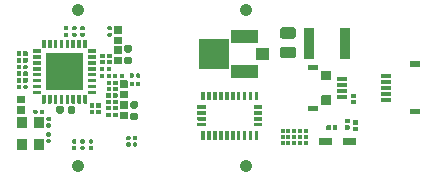
<source format=gbr>
G04 #@! TF.GenerationSoftware,KiCad,Pcbnew,(5.1.12)-1*
G04 #@! TF.CreationDate,2024-03-07T16:38:44+08:00*
G04 #@! TF.ProjectId,CM2_MesoScope,434d325f-4d65-4736-9f53-636f70652e6b,rev?*
G04 #@! TF.SameCoordinates,Original*
G04 #@! TF.FileFunction,Soldermask,Top*
G04 #@! TF.FilePolarity,Negative*
%FSLAX46Y46*%
G04 Gerber Fmt 4.6, Leading zero omitted, Abs format (unit mm)*
G04 Created by KiCad (PCBNEW (5.1.12)-1) date 2024-03-07 16:38:44*
%MOMM*%
%LPD*%
G01*
G04 APERTURE LIST*
%ADD10C,1.050800*%
%ADD11C,0.400800*%
G04 APERTURE END LIST*
D10*
X102971340Y-106477860D03*
X102973880Y-119656120D03*
X117195340Y-106477860D03*
X117197880Y-119656120D03*
G36*
G01*
X131905500Y-111290480D02*
X131105500Y-111290480D01*
G75*
G02*
X131080100Y-111265080I0J25400D01*
G01*
X131080100Y-110865080D01*
G75*
G02*
X131105500Y-110839680I25400J0D01*
G01*
X131905500Y-110839680D01*
G75*
G02*
X131930900Y-110865080I0J-25400D01*
G01*
X131930900Y-111265080D01*
G75*
G02*
X131905500Y-111290480I-25400J0D01*
G01*
G37*
G36*
G01*
X129405500Y-114276480D02*
X128605500Y-114276480D01*
G75*
G02*
X128580100Y-114251080I0J25400D01*
G01*
X128580100Y-113951080D01*
G75*
G02*
X128605500Y-113925680I25400J0D01*
G01*
X129405500Y-113925680D01*
G75*
G02*
X129430900Y-113951080I0J-25400D01*
G01*
X129430900Y-114251080D01*
G75*
G02*
X129405500Y-114276480I-25400J0D01*
G01*
G37*
G36*
G01*
X129405500Y-112776480D02*
X128605500Y-112776480D01*
G75*
G02*
X128580100Y-112751080I0J25400D01*
G01*
X128580100Y-112451080D01*
G75*
G02*
X128605500Y-112425680I25400J0D01*
G01*
X129405500Y-112425680D01*
G75*
G02*
X129430900Y-112451080I0J-25400D01*
G01*
X129430900Y-112751080D01*
G75*
G02*
X129405500Y-112776480I-25400J0D01*
G01*
G37*
G36*
G01*
X129405500Y-113276480D02*
X128605500Y-113276480D01*
G75*
G02*
X128580100Y-113251080I0J25400D01*
G01*
X128580100Y-112951080D01*
G75*
G02*
X128605500Y-112925680I25400J0D01*
G01*
X129405500Y-112925680D01*
G75*
G02*
X129430900Y-112951080I0J-25400D01*
G01*
X129430900Y-113251080D01*
G75*
G02*
X129405500Y-113276480I-25400J0D01*
G01*
G37*
G36*
G01*
X129405500Y-113776480D02*
X128605500Y-113776480D01*
G75*
G02*
X128580100Y-113751080I0J25400D01*
G01*
X128580100Y-113451080D01*
G75*
G02*
X128605500Y-113425680I25400J0D01*
G01*
X129405500Y-113425680D01*
G75*
G02*
X129430900Y-113451080I0J-25400D01*
G01*
X129430900Y-113751080D01*
G75*
G02*
X129405500Y-113776480I-25400J0D01*
G01*
G37*
G36*
G01*
X131905500Y-115326480D02*
X131105500Y-115326480D01*
G75*
G02*
X131080100Y-115301080I0J25400D01*
G01*
X131080100Y-114901080D01*
G75*
G02*
X131105500Y-114875680I25400J0D01*
G01*
X131905500Y-114875680D01*
G75*
G02*
X131930900Y-114901080I0J-25400D01*
G01*
X131930900Y-115301080D01*
G75*
G02*
X131905500Y-115326480I-25400J0D01*
G01*
G37*
G36*
G01*
X129405500Y-112268480D02*
X128605500Y-112268480D01*
G75*
G02*
X128580100Y-112243080I0J25400D01*
G01*
X128580100Y-111943080D01*
G75*
G02*
X128605500Y-111917680I25400J0D01*
G01*
X129405500Y-111917680D01*
G75*
G02*
X129430900Y-111943080I0J-25400D01*
G01*
X129430900Y-112243080D01*
G75*
G02*
X129405500Y-112268480I-25400J0D01*
G01*
G37*
G36*
G01*
X122409800Y-111114060D02*
X123209800Y-111114060D01*
G75*
G02*
X123235200Y-111139460I0J-25400D01*
G01*
X123235200Y-111539460D01*
G75*
G02*
X123209800Y-111564860I-25400J0D01*
G01*
X122409800Y-111564860D01*
G75*
G02*
X122384400Y-111539460I0J25400D01*
G01*
X122384400Y-111139460D01*
G75*
G02*
X122409800Y-111114060I25400J0D01*
G01*
G37*
G36*
G01*
X124909800Y-112664060D02*
X125709800Y-112664060D01*
G75*
G02*
X125735200Y-112689460I0J-25400D01*
G01*
X125735200Y-112989460D01*
G75*
G02*
X125709800Y-113014860I-25400J0D01*
G01*
X124909800Y-113014860D01*
G75*
G02*
X124884400Y-112989460I0J25400D01*
G01*
X124884400Y-112689460D01*
G75*
G02*
X124909800Y-112664060I25400J0D01*
G01*
G37*
G36*
G01*
X124909800Y-113164060D02*
X125709800Y-113164060D01*
G75*
G02*
X125735200Y-113189460I0J-25400D01*
G01*
X125735200Y-113489460D01*
G75*
G02*
X125709800Y-113514860I-25400J0D01*
G01*
X124909800Y-113514860D01*
G75*
G02*
X124884400Y-113489460I0J25400D01*
G01*
X124884400Y-113189460D01*
G75*
G02*
X124909800Y-113164060I25400J0D01*
G01*
G37*
G36*
G01*
X124909800Y-113664060D02*
X125709800Y-113664060D01*
G75*
G02*
X125735200Y-113689460I0J-25400D01*
G01*
X125735200Y-113989460D01*
G75*
G02*
X125709800Y-114014860I-25400J0D01*
G01*
X124909800Y-114014860D01*
G75*
G02*
X124884400Y-113989460I0J25400D01*
G01*
X124884400Y-113689460D01*
G75*
G02*
X124909800Y-113664060I25400J0D01*
G01*
G37*
G36*
G01*
X124909800Y-112164060D02*
X125709800Y-112164060D01*
G75*
G02*
X125735200Y-112189460I0J-25400D01*
G01*
X125735200Y-112489460D01*
G75*
G02*
X125709800Y-112514860I-25400J0D01*
G01*
X124909800Y-112514860D01*
G75*
G02*
X124884400Y-112489460I0J25400D01*
G01*
X124884400Y-112189460D01*
G75*
G02*
X124909800Y-112164060I25400J0D01*
G01*
G37*
G36*
G01*
X122409800Y-114614060D02*
X123209800Y-114614060D01*
G75*
G02*
X123235200Y-114639460I0J-25400D01*
G01*
X123235200Y-115039460D01*
G75*
G02*
X123209800Y-115064860I-25400J0D01*
G01*
X122409800Y-115064860D01*
G75*
G02*
X122384400Y-115039460I0J25400D01*
G01*
X122384400Y-114639460D01*
G75*
G02*
X122409800Y-114614060I25400J0D01*
G01*
G37*
G36*
G01*
X126285340Y-116376840D02*
X126625340Y-116376840D01*
G75*
G02*
X126650740Y-116402240I0J-25400D01*
G01*
X126650740Y-116712240D01*
G75*
G02*
X126625340Y-116737640I-25400J0D01*
G01*
X126285340Y-116737640D01*
G75*
G02*
X126259940Y-116712240I0J25400D01*
G01*
X126259940Y-116402240D01*
G75*
G02*
X126285340Y-116376840I25400J0D01*
G01*
G37*
G36*
G01*
X126285340Y-115826840D02*
X126625340Y-115826840D01*
G75*
G02*
X126650740Y-115852240I0J-25400D01*
G01*
X126650740Y-116162240D01*
G75*
G02*
X126625340Y-116187640I-25400J0D01*
G01*
X126285340Y-116187640D01*
G75*
G02*
X126259940Y-116162240I0J25400D01*
G01*
X126259940Y-115852240D01*
G75*
G02*
X126285340Y-115826840I25400J0D01*
G01*
G37*
G36*
G01*
X126120240Y-114113700D02*
X126460240Y-114113700D01*
G75*
G02*
X126485640Y-114139100I0J-25400D01*
G01*
X126485640Y-114449100D01*
G75*
G02*
X126460240Y-114474500I-25400J0D01*
G01*
X126120240Y-114474500D01*
G75*
G02*
X126094840Y-114449100I0J25400D01*
G01*
X126094840Y-114139100D01*
G75*
G02*
X126120240Y-114113700I25400J0D01*
G01*
G37*
G36*
G01*
X126120240Y-113563700D02*
X126460240Y-113563700D01*
G75*
G02*
X126485640Y-113589100I0J-25400D01*
G01*
X126485640Y-113899100D01*
G75*
G02*
X126460240Y-113924500I-25400J0D01*
G01*
X126120240Y-113924500D01*
G75*
G02*
X126094840Y-113899100I0J25400D01*
G01*
X126094840Y-113589100D01*
G75*
G02*
X126120240Y-113563700I25400J0D01*
G01*
G37*
G36*
G01*
X125926840Y-116063180D02*
X125586840Y-116063180D01*
G75*
G02*
X125561440Y-116037780I0J25400D01*
G01*
X125561440Y-115727780D01*
G75*
G02*
X125586840Y-115702380I25400J0D01*
G01*
X125926840Y-115702380D01*
G75*
G02*
X125952240Y-115727780I0J-25400D01*
G01*
X125952240Y-116037780D01*
G75*
G02*
X125926840Y-116063180I-25400J0D01*
G01*
G37*
G36*
G01*
X125926840Y-116613180D02*
X125586840Y-116613180D01*
G75*
G02*
X125561440Y-116587780I0J25400D01*
G01*
X125561440Y-116277780D01*
G75*
G02*
X125586840Y-116252380I25400J0D01*
G01*
X125926840Y-116252380D01*
G75*
G02*
X125952240Y-116277780I0J-25400D01*
G01*
X125952240Y-116587780D01*
G75*
G02*
X125926840Y-116613180I-25400J0D01*
G01*
G37*
G36*
G01*
X124541480Y-116607180D02*
X124541480Y-116267180D01*
G75*
G02*
X124566880Y-116241780I25400J0D01*
G01*
X124876880Y-116241780D01*
G75*
G02*
X124902280Y-116267180I0J-25400D01*
G01*
X124902280Y-116607180D01*
G75*
G02*
X124876880Y-116632580I-25400J0D01*
G01*
X124566880Y-116632580D01*
G75*
G02*
X124541480Y-116607180I0J25400D01*
G01*
G37*
G36*
G01*
X123991480Y-116607180D02*
X123991480Y-116267180D01*
G75*
G02*
X124016880Y-116241780I25400J0D01*
G01*
X124326880Y-116241780D01*
G75*
G02*
X124352280Y-116267180I0J-25400D01*
G01*
X124352280Y-116607180D01*
G75*
G02*
X124326880Y-116632580I-25400J0D01*
G01*
X124016880Y-116632580D01*
G75*
G02*
X123991480Y-116607180I0J25400D01*
G01*
G37*
G36*
G01*
X106529040Y-115101220D02*
X107159040Y-115101220D01*
G75*
G02*
X107184440Y-115126620I0J-25400D01*
G01*
X107184440Y-115706620D01*
G75*
G02*
X107159040Y-115732020I-25400J0D01*
G01*
X106529040Y-115732020D01*
G75*
G02*
X106503640Y-115706620I0J25400D01*
G01*
X106503640Y-115126620D01*
G75*
G02*
X106529040Y-115101220I25400J0D01*
G01*
G37*
G36*
G01*
X106529040Y-114211220D02*
X107159040Y-114211220D01*
G75*
G02*
X107184440Y-114236620I0J-25400D01*
G01*
X107184440Y-114816620D01*
G75*
G02*
X107159040Y-114842020I-25400J0D01*
G01*
X106529040Y-114842020D01*
G75*
G02*
X106503640Y-114816620I0J25400D01*
G01*
X106503640Y-114236620D01*
G75*
G02*
X106529040Y-114211220I25400J0D01*
G01*
G37*
G36*
G01*
X106503640Y-113332620D02*
X107133640Y-113332620D01*
G75*
G02*
X107159040Y-113358020I0J-25400D01*
G01*
X107159040Y-113938020D01*
G75*
G02*
X107133640Y-113963420I-25400J0D01*
G01*
X106503640Y-113963420D01*
G75*
G02*
X106478240Y-113938020I0J25400D01*
G01*
X106478240Y-113358020D01*
G75*
G02*
X106503640Y-113332620I25400J0D01*
G01*
G37*
G36*
G01*
X106503640Y-112442620D02*
X107133640Y-112442620D01*
G75*
G02*
X107159040Y-112468020I0J-25400D01*
G01*
X107159040Y-113048020D01*
G75*
G02*
X107133640Y-113073420I-25400J0D01*
G01*
X106503640Y-113073420D01*
G75*
G02*
X106478240Y-113048020I0J25400D01*
G01*
X106478240Y-112468020D01*
G75*
G02*
X106503640Y-112442620I25400J0D01*
G01*
G37*
G36*
G01*
X106651040Y-111067820D02*
X106021040Y-111067820D01*
G75*
G02*
X105995640Y-111042420I0J25400D01*
G01*
X105995640Y-110462420D01*
G75*
G02*
X106021040Y-110437020I25400J0D01*
G01*
X106651040Y-110437020D01*
G75*
G02*
X106676440Y-110462420I0J-25400D01*
G01*
X106676440Y-111042420D01*
G75*
G02*
X106651040Y-111067820I-25400J0D01*
G01*
G37*
G36*
G01*
X106651040Y-110177820D02*
X106021040Y-110177820D01*
G75*
G02*
X105995640Y-110152420I0J25400D01*
G01*
X105995640Y-109572420D01*
G75*
G02*
X106021040Y-109547020I25400J0D01*
G01*
X106651040Y-109547020D01*
G75*
G02*
X106676440Y-109572420I0J-25400D01*
G01*
X106676440Y-110152420D01*
G75*
G02*
X106651040Y-110177820I-25400J0D01*
G01*
G37*
G36*
G01*
X106036240Y-108735220D02*
X106666240Y-108735220D01*
G75*
G02*
X106691640Y-108760620I0J-25400D01*
G01*
X106691640Y-109340620D01*
G75*
G02*
X106666240Y-109366020I-25400J0D01*
G01*
X106036240Y-109366020D01*
G75*
G02*
X106010840Y-109340620I0J25400D01*
G01*
X106010840Y-108760620D01*
G75*
G02*
X106036240Y-108735220I25400J0D01*
G01*
G37*
G36*
G01*
X106036240Y-107845220D02*
X106666240Y-107845220D01*
G75*
G02*
X106691640Y-107870620I0J-25400D01*
G01*
X106691640Y-108450620D01*
G75*
G02*
X106666240Y-108476020I-25400J0D01*
G01*
X106036240Y-108476020D01*
G75*
G02*
X106010840Y-108450620I0J25400D01*
G01*
X106010840Y-107870620D01*
G75*
G02*
X106036240Y-107845220I25400J0D01*
G01*
G37*
G36*
G01*
X97781240Y-114628020D02*
X98411240Y-114628020D01*
G75*
G02*
X98436640Y-114653420I0J-25400D01*
G01*
X98436640Y-115233420D01*
G75*
G02*
X98411240Y-115258820I-25400J0D01*
G01*
X97781240Y-115258820D01*
G75*
G02*
X97755840Y-115233420I0J25400D01*
G01*
X97755840Y-114653420D01*
G75*
G02*
X97781240Y-114628020I25400J0D01*
G01*
G37*
G36*
G01*
X97781240Y-113738020D02*
X98411240Y-113738020D01*
G75*
G02*
X98436640Y-113763420I0J-25400D01*
G01*
X98436640Y-114343420D01*
G75*
G02*
X98411240Y-114368820I-25400J0D01*
G01*
X97781240Y-114368820D01*
G75*
G02*
X97755840Y-114343420I0J25400D01*
G01*
X97755840Y-113763420D01*
G75*
G02*
X97781240Y-113738020I25400J0D01*
G01*
G37*
G36*
G01*
X124341140Y-112443380D02*
X123591140Y-112443380D01*
G75*
G02*
X123565740Y-112417980I0J25400D01*
G01*
X123565740Y-111667980D01*
G75*
G02*
X123591140Y-111642580I25400J0D01*
G01*
X124341140Y-111642580D01*
G75*
G02*
X124366540Y-111667980I0J-25400D01*
G01*
X124366540Y-112417980D01*
G75*
G02*
X124341140Y-112443380I-25400J0D01*
G01*
G37*
G36*
G01*
X124343680Y-114510940D02*
X123593680Y-114510940D01*
G75*
G02*
X123568280Y-114485540I0J25400D01*
G01*
X123568280Y-113735540D01*
G75*
G02*
X123593680Y-113710140I25400J0D01*
G01*
X124343680Y-113710140D01*
G75*
G02*
X124369080Y-113735540I0J-25400D01*
G01*
X124369080Y-114485540D01*
G75*
G02*
X124343680Y-114510940I-25400J0D01*
G01*
G37*
D11*
X120268660Y-116744900D03*
X120768660Y-116744900D03*
X121268660Y-116744900D03*
X121768660Y-116744900D03*
X122268660Y-116744900D03*
X120268660Y-117244900D03*
X120768660Y-117244900D03*
X121268660Y-117244900D03*
X121768660Y-117244900D03*
X122268660Y-117244900D03*
X120268660Y-117744900D03*
X120768660Y-117744900D03*
X121268660Y-117744900D03*
X121768660Y-117744900D03*
X122268660Y-117744900D03*
G36*
G01*
X113201460Y-111472640D02*
X113201460Y-108972640D01*
G75*
G02*
X113226860Y-108947240I25400J0D01*
G01*
X115726860Y-108947240D01*
G75*
G02*
X115752260Y-108972640I0J-25400D01*
G01*
X115752260Y-111472640D01*
G75*
G02*
X115726860Y-111498040I-25400J0D01*
G01*
X113226860Y-111498040D01*
G75*
G02*
X113201460Y-111472640I0J25400D01*
G01*
G37*
G36*
G01*
X100184641Y-114404820D02*
X99924639Y-114404820D01*
G75*
G02*
X99899240Y-114379421I0J25399D01*
G01*
X99899240Y-113699419D01*
G75*
G02*
X99924639Y-113674020I25399J0D01*
G01*
X100184641Y-113674020D01*
G75*
G02*
X100210040Y-113699419I0J-25399D01*
G01*
X100210040Y-114379421D01*
G75*
G02*
X100184641Y-114404820I-25399J0D01*
G01*
G37*
G36*
G01*
X100684641Y-114404820D02*
X100424639Y-114404820D01*
G75*
G02*
X100399240Y-114379421I0J25399D01*
G01*
X100399240Y-113699419D01*
G75*
G02*
X100424639Y-113674020I25399J0D01*
G01*
X100684641Y-113674020D01*
G75*
G02*
X100710040Y-113699419I0J-25399D01*
G01*
X100710040Y-114379421D01*
G75*
G02*
X100684641Y-114404820I-25399J0D01*
G01*
G37*
G36*
G01*
X101184641Y-114404820D02*
X100924639Y-114404820D01*
G75*
G02*
X100899240Y-114379421I0J25399D01*
G01*
X100899240Y-113699419D01*
G75*
G02*
X100924639Y-113674020I25399J0D01*
G01*
X101184641Y-113674020D01*
G75*
G02*
X101210040Y-113699419I0J-25399D01*
G01*
X101210040Y-114379421D01*
G75*
G02*
X101184641Y-114404820I-25399J0D01*
G01*
G37*
G36*
G01*
X101684641Y-114404820D02*
X101424639Y-114404820D01*
G75*
G02*
X101399240Y-114379421I0J25399D01*
G01*
X101399240Y-113699419D01*
G75*
G02*
X101424639Y-113674020I25399J0D01*
G01*
X101684641Y-113674020D01*
G75*
G02*
X101710040Y-113699419I0J-25399D01*
G01*
X101710040Y-114379421D01*
G75*
G02*
X101684641Y-114404820I-25399J0D01*
G01*
G37*
G36*
G01*
X102184641Y-114404820D02*
X101924639Y-114404820D01*
G75*
G02*
X101899240Y-114379421I0J25399D01*
G01*
X101899240Y-113699419D01*
G75*
G02*
X101924639Y-113674020I25399J0D01*
G01*
X102184641Y-113674020D01*
G75*
G02*
X102210040Y-113699419I0J-25399D01*
G01*
X102210040Y-114379421D01*
G75*
G02*
X102184641Y-114404820I-25399J0D01*
G01*
G37*
G36*
G01*
X102684641Y-114404820D02*
X102424639Y-114404820D01*
G75*
G02*
X102399240Y-114379421I0J25399D01*
G01*
X102399240Y-113699419D01*
G75*
G02*
X102424639Y-113674020I25399J0D01*
G01*
X102684641Y-113674020D01*
G75*
G02*
X102710040Y-113699419I0J-25399D01*
G01*
X102710040Y-114379421D01*
G75*
G02*
X102684641Y-114404820I-25399J0D01*
G01*
G37*
G36*
G01*
X103184641Y-114404820D02*
X102924639Y-114404820D01*
G75*
G02*
X102899240Y-114379421I0J25399D01*
G01*
X102899240Y-113699419D01*
G75*
G02*
X102924639Y-113674020I25399J0D01*
G01*
X103184641Y-113674020D01*
G75*
G02*
X103210040Y-113699419I0J-25399D01*
G01*
X103210040Y-114379421D01*
G75*
G02*
X103184641Y-114404820I-25399J0D01*
G01*
G37*
G36*
G01*
X103684641Y-114404820D02*
X103424639Y-114404820D01*
G75*
G02*
X103399240Y-114379421I0J25399D01*
G01*
X103399240Y-113699419D01*
G75*
G02*
X103424639Y-113674020I25399J0D01*
G01*
X103684641Y-113674020D01*
G75*
G02*
X103710040Y-113699419I0J-25399D01*
G01*
X103710040Y-114379421D01*
G75*
G02*
X103684641Y-114404820I-25399J0D01*
G01*
G37*
G36*
G01*
X103774240Y-113584421D02*
X103774240Y-113324419D01*
G75*
G02*
X103799639Y-113299020I25399J0D01*
G01*
X104479641Y-113299020D01*
G75*
G02*
X104505040Y-113324419I0J-25399D01*
G01*
X104505040Y-113584421D01*
G75*
G02*
X104479641Y-113609820I-25399J0D01*
G01*
X103799639Y-113609820D01*
G75*
G02*
X103774240Y-113584421I0J25399D01*
G01*
G37*
G36*
G01*
X103774240Y-113084421D02*
X103774240Y-112824419D01*
G75*
G02*
X103799639Y-112799020I25399J0D01*
G01*
X104479641Y-112799020D01*
G75*
G02*
X104505040Y-112824419I0J-25399D01*
G01*
X104505040Y-113084421D01*
G75*
G02*
X104479641Y-113109820I-25399J0D01*
G01*
X103799639Y-113109820D01*
G75*
G02*
X103774240Y-113084421I0J25399D01*
G01*
G37*
G36*
G01*
X103774240Y-112584421D02*
X103774240Y-112324419D01*
G75*
G02*
X103799639Y-112299020I25399J0D01*
G01*
X104479641Y-112299020D01*
G75*
G02*
X104505040Y-112324419I0J-25399D01*
G01*
X104505040Y-112584421D01*
G75*
G02*
X104479641Y-112609820I-25399J0D01*
G01*
X103799639Y-112609820D01*
G75*
G02*
X103774240Y-112584421I0J25399D01*
G01*
G37*
G36*
G01*
X103774240Y-112084421D02*
X103774240Y-111824419D01*
G75*
G02*
X103799639Y-111799020I25399J0D01*
G01*
X104479641Y-111799020D01*
G75*
G02*
X104505040Y-111824419I0J-25399D01*
G01*
X104505040Y-112084421D01*
G75*
G02*
X104479641Y-112109820I-25399J0D01*
G01*
X103799639Y-112109820D01*
G75*
G02*
X103774240Y-112084421I0J25399D01*
G01*
G37*
G36*
G01*
X103774240Y-111584421D02*
X103774240Y-111324419D01*
G75*
G02*
X103799639Y-111299020I25399J0D01*
G01*
X104479641Y-111299020D01*
G75*
G02*
X104505040Y-111324419I0J-25399D01*
G01*
X104505040Y-111584421D01*
G75*
G02*
X104479641Y-111609820I-25399J0D01*
G01*
X103799639Y-111609820D01*
G75*
G02*
X103774240Y-111584421I0J25399D01*
G01*
G37*
G36*
G01*
X103774240Y-111084421D02*
X103774240Y-110824419D01*
G75*
G02*
X103799639Y-110799020I25399J0D01*
G01*
X104479641Y-110799020D01*
G75*
G02*
X104505040Y-110824419I0J-25399D01*
G01*
X104505040Y-111084421D01*
G75*
G02*
X104479641Y-111109820I-25399J0D01*
G01*
X103799639Y-111109820D01*
G75*
G02*
X103774240Y-111084421I0J25399D01*
G01*
G37*
G36*
G01*
X103774240Y-110584421D02*
X103774240Y-110324419D01*
G75*
G02*
X103799639Y-110299020I25399J0D01*
G01*
X104479641Y-110299020D01*
G75*
G02*
X104505040Y-110324419I0J-25399D01*
G01*
X104505040Y-110584421D01*
G75*
G02*
X104479641Y-110609820I-25399J0D01*
G01*
X103799639Y-110609820D01*
G75*
G02*
X103774240Y-110584421I0J25399D01*
G01*
G37*
G36*
G01*
X103774240Y-110084421D02*
X103774240Y-109824419D01*
G75*
G02*
X103799639Y-109799020I25399J0D01*
G01*
X104479641Y-109799020D01*
G75*
G02*
X104505040Y-109824419I0J-25399D01*
G01*
X104505040Y-110084421D01*
G75*
G02*
X104479641Y-110109820I-25399J0D01*
G01*
X103799639Y-110109820D01*
G75*
G02*
X103774240Y-110084421I0J25399D01*
G01*
G37*
G36*
G01*
X103684641Y-109734820D02*
X103424639Y-109734820D01*
G75*
G02*
X103399240Y-109709421I0J25399D01*
G01*
X103399240Y-109029419D01*
G75*
G02*
X103424639Y-109004020I25399J0D01*
G01*
X103684641Y-109004020D01*
G75*
G02*
X103710040Y-109029419I0J-25399D01*
G01*
X103710040Y-109709421D01*
G75*
G02*
X103684641Y-109734820I-25399J0D01*
G01*
G37*
G36*
G01*
X103184641Y-109734820D02*
X102924639Y-109734820D01*
G75*
G02*
X102899240Y-109709421I0J25399D01*
G01*
X102899240Y-109029419D01*
G75*
G02*
X102924639Y-109004020I25399J0D01*
G01*
X103184641Y-109004020D01*
G75*
G02*
X103210040Y-109029419I0J-25399D01*
G01*
X103210040Y-109709421D01*
G75*
G02*
X103184641Y-109734820I-25399J0D01*
G01*
G37*
G36*
G01*
X102684641Y-109734820D02*
X102424639Y-109734820D01*
G75*
G02*
X102399240Y-109709421I0J25399D01*
G01*
X102399240Y-109029419D01*
G75*
G02*
X102424639Y-109004020I25399J0D01*
G01*
X102684641Y-109004020D01*
G75*
G02*
X102710040Y-109029419I0J-25399D01*
G01*
X102710040Y-109709421D01*
G75*
G02*
X102684641Y-109734820I-25399J0D01*
G01*
G37*
G36*
G01*
X102184641Y-109734820D02*
X101924639Y-109734820D01*
G75*
G02*
X101899240Y-109709421I0J25399D01*
G01*
X101899240Y-109029419D01*
G75*
G02*
X101924639Y-109004020I25399J0D01*
G01*
X102184641Y-109004020D01*
G75*
G02*
X102210040Y-109029419I0J-25399D01*
G01*
X102210040Y-109709421D01*
G75*
G02*
X102184641Y-109734820I-25399J0D01*
G01*
G37*
G36*
G01*
X101684641Y-109734820D02*
X101424639Y-109734820D01*
G75*
G02*
X101399240Y-109709421I0J25399D01*
G01*
X101399240Y-109029419D01*
G75*
G02*
X101424639Y-109004020I25399J0D01*
G01*
X101684641Y-109004020D01*
G75*
G02*
X101710040Y-109029419I0J-25399D01*
G01*
X101710040Y-109709421D01*
G75*
G02*
X101684641Y-109734820I-25399J0D01*
G01*
G37*
G36*
G01*
X101184641Y-109734820D02*
X100924639Y-109734820D01*
G75*
G02*
X100899240Y-109709421I0J25399D01*
G01*
X100899240Y-109029419D01*
G75*
G02*
X100924639Y-109004020I25399J0D01*
G01*
X101184641Y-109004020D01*
G75*
G02*
X101210040Y-109029419I0J-25399D01*
G01*
X101210040Y-109709421D01*
G75*
G02*
X101184641Y-109734820I-25399J0D01*
G01*
G37*
G36*
G01*
X100684641Y-109734820D02*
X100424639Y-109734820D01*
G75*
G02*
X100399240Y-109709421I0J25399D01*
G01*
X100399240Y-109029419D01*
G75*
G02*
X100424639Y-109004020I25399J0D01*
G01*
X100684641Y-109004020D01*
G75*
G02*
X100710040Y-109029419I0J-25399D01*
G01*
X100710040Y-109709421D01*
G75*
G02*
X100684641Y-109734820I-25399J0D01*
G01*
G37*
G36*
G01*
X100184641Y-109734820D02*
X99924639Y-109734820D01*
G75*
G02*
X99899240Y-109709421I0J25399D01*
G01*
X99899240Y-109029419D01*
G75*
G02*
X99924639Y-109004020I25399J0D01*
G01*
X100184641Y-109004020D01*
G75*
G02*
X100210040Y-109029419I0J-25399D01*
G01*
X100210040Y-109709421D01*
G75*
G02*
X100184641Y-109734820I-25399J0D01*
G01*
G37*
G36*
G01*
X99104240Y-110084421D02*
X99104240Y-109824419D01*
G75*
G02*
X99129639Y-109799020I25399J0D01*
G01*
X99809641Y-109799020D01*
G75*
G02*
X99835040Y-109824419I0J-25399D01*
G01*
X99835040Y-110084421D01*
G75*
G02*
X99809641Y-110109820I-25399J0D01*
G01*
X99129639Y-110109820D01*
G75*
G02*
X99104240Y-110084421I0J25399D01*
G01*
G37*
G36*
G01*
X99104240Y-110584421D02*
X99104240Y-110324419D01*
G75*
G02*
X99129639Y-110299020I25399J0D01*
G01*
X99809641Y-110299020D01*
G75*
G02*
X99835040Y-110324419I0J-25399D01*
G01*
X99835040Y-110584421D01*
G75*
G02*
X99809641Y-110609820I-25399J0D01*
G01*
X99129639Y-110609820D01*
G75*
G02*
X99104240Y-110584421I0J25399D01*
G01*
G37*
G36*
G01*
X99104240Y-111084421D02*
X99104240Y-110824419D01*
G75*
G02*
X99129639Y-110799020I25399J0D01*
G01*
X99809641Y-110799020D01*
G75*
G02*
X99835040Y-110824419I0J-25399D01*
G01*
X99835040Y-111084421D01*
G75*
G02*
X99809641Y-111109820I-25399J0D01*
G01*
X99129639Y-111109820D01*
G75*
G02*
X99104240Y-111084421I0J25399D01*
G01*
G37*
G36*
G01*
X99104240Y-111584421D02*
X99104240Y-111324419D01*
G75*
G02*
X99129639Y-111299020I25399J0D01*
G01*
X99809641Y-111299020D01*
G75*
G02*
X99835040Y-111324419I0J-25399D01*
G01*
X99835040Y-111584421D01*
G75*
G02*
X99809641Y-111609820I-25399J0D01*
G01*
X99129639Y-111609820D01*
G75*
G02*
X99104240Y-111584421I0J25399D01*
G01*
G37*
G36*
G01*
X99104240Y-112084421D02*
X99104240Y-111824419D01*
G75*
G02*
X99129639Y-111799020I25399J0D01*
G01*
X99809641Y-111799020D01*
G75*
G02*
X99835040Y-111824419I0J-25399D01*
G01*
X99835040Y-112084421D01*
G75*
G02*
X99809641Y-112109820I-25399J0D01*
G01*
X99129639Y-112109820D01*
G75*
G02*
X99104240Y-112084421I0J25399D01*
G01*
G37*
G36*
G01*
X99104240Y-112584421D02*
X99104240Y-112324419D01*
G75*
G02*
X99129639Y-112299020I25399J0D01*
G01*
X99809641Y-112299020D01*
G75*
G02*
X99835040Y-112324419I0J-25399D01*
G01*
X99835040Y-112584421D01*
G75*
G02*
X99809641Y-112609820I-25399J0D01*
G01*
X99129639Y-112609820D01*
G75*
G02*
X99104240Y-112584421I0J25399D01*
G01*
G37*
G36*
G01*
X99104240Y-113084421D02*
X99104240Y-112824419D01*
G75*
G02*
X99129639Y-112799020I25399J0D01*
G01*
X99809641Y-112799020D01*
G75*
G02*
X99835040Y-112824419I0J-25399D01*
G01*
X99835040Y-113084421D01*
G75*
G02*
X99809641Y-113109820I-25399J0D01*
G01*
X99129639Y-113109820D01*
G75*
G02*
X99104240Y-113084421I0J25399D01*
G01*
G37*
G36*
G01*
X99104240Y-113584421D02*
X99104240Y-113324419D01*
G75*
G02*
X99129639Y-113299020I25399J0D01*
G01*
X99809641Y-113299020D01*
G75*
G02*
X99835040Y-113324419I0J-25399D01*
G01*
X99835040Y-113584421D01*
G75*
G02*
X99809641Y-113609820I-25399J0D01*
G01*
X99129639Y-113609820D01*
G75*
G02*
X99104240Y-113584421I0J25399D01*
G01*
G37*
G36*
G01*
X100229240Y-113254420D02*
X100229240Y-110154420D01*
G75*
G02*
X100254640Y-110129020I25400J0D01*
G01*
X103354640Y-110129020D01*
G75*
G02*
X103380040Y-110154420I0J-25400D01*
G01*
X103380040Y-113254420D01*
G75*
G02*
X103354640Y-113279820I-25400J0D01*
G01*
X100254640Y-113279820D01*
G75*
G02*
X100229240Y-113254420I0J25400D01*
G01*
G37*
G36*
G01*
X118142900Y-109278080D02*
X115942900Y-109278080D01*
G75*
G02*
X115917500Y-109252680I0J25400D01*
G01*
X115917500Y-108202680D01*
G75*
G02*
X115942900Y-108177280I25400J0D01*
G01*
X118142900Y-108177280D01*
G75*
G02*
X118168300Y-108202680I0J-25400D01*
G01*
X118168300Y-109252680D01*
G75*
G02*
X118142900Y-109278080I-25400J0D01*
G01*
G37*
G36*
G01*
X118142900Y-112228080D02*
X115942900Y-112228080D01*
G75*
G02*
X115917500Y-112202680I0J25400D01*
G01*
X115917500Y-111152680D01*
G75*
G02*
X115942900Y-111127280I25400J0D01*
G01*
X118142900Y-111127280D01*
G75*
G02*
X118168300Y-111152680I0J-25400D01*
G01*
X118168300Y-112202680D01*
G75*
G02*
X118142900Y-112228080I-25400J0D01*
G01*
G37*
G36*
G01*
X119067900Y-110728080D02*
X118017900Y-110728080D01*
G75*
G02*
X117992500Y-110702680I0J25400D01*
G01*
X117992500Y-109702680D01*
G75*
G02*
X118017900Y-109677280I25400J0D01*
G01*
X119067900Y-109677280D01*
G75*
G02*
X119093300Y-109702680I0J-25400D01*
G01*
X119093300Y-110702680D01*
G75*
G02*
X119067900Y-110728080I-25400J0D01*
G01*
G37*
G36*
G01*
X123328160Y-117893360D02*
X123328160Y-117353360D01*
G75*
G02*
X123353560Y-117327960I25400J0D01*
G01*
X124413560Y-117327960D01*
G75*
G02*
X124438960Y-117353360I0J-25400D01*
G01*
X124438960Y-117893360D01*
G75*
G02*
X124413560Y-117918760I-25400J0D01*
G01*
X123353560Y-117918760D01*
G75*
G02*
X123328160Y-117893360I0J25400D01*
G01*
G37*
G36*
G01*
X125388160Y-117893360D02*
X125388160Y-117353360D01*
G75*
G02*
X125413560Y-117327960I25400J0D01*
G01*
X126473560Y-117327960D01*
G75*
G02*
X126498960Y-117353360I0J-25400D01*
G01*
X126498960Y-117893360D01*
G75*
G02*
X126473560Y-117918760I-25400J0D01*
G01*
X125413560Y-117918760D01*
G75*
G02*
X125388160Y-117893360I0J25400D01*
G01*
G37*
G36*
G01*
X97748640Y-116406420D02*
X97748640Y-115526420D01*
G75*
G02*
X97774040Y-115501020I25400J0D01*
G01*
X98604040Y-115501020D01*
G75*
G02*
X98629440Y-115526420I0J-25400D01*
G01*
X98629440Y-116406420D01*
G75*
G02*
X98604040Y-116431820I-25400J0D01*
G01*
X97774040Y-116431820D01*
G75*
G02*
X97748640Y-116406420I0J25400D01*
G01*
G37*
G36*
G01*
X97748640Y-118296420D02*
X97748640Y-117416420D01*
G75*
G02*
X97774040Y-117391020I25400J0D01*
G01*
X98604040Y-117391020D01*
G75*
G02*
X98629440Y-117416420I0J-25400D01*
G01*
X98629440Y-118296420D01*
G75*
G02*
X98604040Y-118321820I-25400J0D01*
G01*
X97774040Y-118321820D01*
G75*
G02*
X97748640Y-118296420I0J25400D01*
G01*
G37*
G36*
G01*
X99188640Y-118296420D02*
X99188640Y-117416420D01*
G75*
G02*
X99214040Y-117391020I25400J0D01*
G01*
X100044040Y-117391020D01*
G75*
G02*
X100069440Y-117416420I0J-25400D01*
G01*
X100069440Y-118296420D01*
G75*
G02*
X100044040Y-118321820I-25400J0D01*
G01*
X99214040Y-118321820D01*
G75*
G02*
X99188640Y-118296420I0J25400D01*
G01*
G37*
G36*
G01*
X99188640Y-116406420D02*
X99188640Y-115526420D01*
G75*
G02*
X99214040Y-115501020I25400J0D01*
G01*
X100044040Y-115501020D01*
G75*
G02*
X100069440Y-115526420I0J-25400D01*
G01*
X100069440Y-116406420D01*
G75*
G02*
X100044040Y-116431820I-25400J0D01*
G01*
X99214040Y-116431820D01*
G75*
G02*
X99188640Y-116406420I0J25400D01*
G01*
G37*
G36*
G01*
X118531860Y-116345040D02*
X117856860Y-116345040D01*
G75*
G02*
X117831460Y-116319640I0J25400D01*
G01*
X117831460Y-116065640D01*
G75*
G02*
X117856860Y-116040240I25400J0D01*
G01*
X118531860Y-116040240D01*
G75*
G02*
X118557260Y-116065640I0J-25400D01*
G01*
X118557260Y-116319640D01*
G75*
G02*
X118531860Y-116345040I-25400J0D01*
G01*
G37*
G36*
G01*
X118531860Y-115845040D02*
X117856860Y-115845040D01*
G75*
G02*
X117831460Y-115819640I0J25400D01*
G01*
X117831460Y-115565640D01*
G75*
G02*
X117856860Y-115540240I25400J0D01*
G01*
X118531860Y-115540240D01*
G75*
G02*
X118557260Y-115565640I0J-25400D01*
G01*
X118557260Y-115819640D01*
G75*
G02*
X118531860Y-115845040I-25400J0D01*
G01*
G37*
G36*
G01*
X118531860Y-115345040D02*
X117856860Y-115345040D01*
G75*
G02*
X117831460Y-115319640I0J25400D01*
G01*
X117831460Y-115065640D01*
G75*
G02*
X117856860Y-115040240I25400J0D01*
G01*
X118531860Y-115040240D01*
G75*
G02*
X118557260Y-115065640I0J-25400D01*
G01*
X118557260Y-115319640D01*
G75*
G02*
X118531860Y-115345040I-25400J0D01*
G01*
G37*
G36*
G01*
X117904460Y-117442640D02*
X117904460Y-116767640D01*
G75*
G02*
X117929860Y-116742240I25400J0D01*
G01*
X118183860Y-116742240D01*
G75*
G02*
X118209260Y-116767640I0J-25400D01*
G01*
X118209260Y-117442640D01*
G75*
G02*
X118183860Y-117468040I-25400J0D01*
G01*
X117929860Y-117468040D01*
G75*
G02*
X117904460Y-117442640I0J25400D01*
G01*
G37*
G36*
G01*
X117404460Y-117442640D02*
X117404460Y-116767640D01*
G75*
G02*
X117429860Y-116742240I25400J0D01*
G01*
X117683860Y-116742240D01*
G75*
G02*
X117709260Y-116767640I0J-25400D01*
G01*
X117709260Y-117442640D01*
G75*
G02*
X117683860Y-117468040I-25400J0D01*
G01*
X117429860Y-117468040D01*
G75*
G02*
X117404460Y-117442640I0J25400D01*
G01*
G37*
G36*
G01*
X116904460Y-117442640D02*
X116904460Y-116767640D01*
G75*
G02*
X116929860Y-116742240I25400J0D01*
G01*
X117183860Y-116742240D01*
G75*
G02*
X117209260Y-116767640I0J-25400D01*
G01*
X117209260Y-117442640D01*
G75*
G02*
X117183860Y-117468040I-25400J0D01*
G01*
X116929860Y-117468040D01*
G75*
G02*
X116904460Y-117442640I0J25400D01*
G01*
G37*
G36*
G01*
X116404460Y-117442640D02*
X116404460Y-116767640D01*
G75*
G02*
X116429860Y-116742240I25400J0D01*
G01*
X116683860Y-116742240D01*
G75*
G02*
X116709260Y-116767640I0J-25400D01*
G01*
X116709260Y-117442640D01*
G75*
G02*
X116683860Y-117468040I-25400J0D01*
G01*
X116429860Y-117468040D01*
G75*
G02*
X116404460Y-117442640I0J25400D01*
G01*
G37*
G36*
G01*
X115904460Y-117442640D02*
X115904460Y-116767640D01*
G75*
G02*
X115929860Y-116742240I25400J0D01*
G01*
X116183860Y-116742240D01*
G75*
G02*
X116209260Y-116767640I0J-25400D01*
G01*
X116209260Y-117442640D01*
G75*
G02*
X116183860Y-117468040I-25400J0D01*
G01*
X115929860Y-117468040D01*
G75*
G02*
X115904460Y-117442640I0J25400D01*
G01*
G37*
G36*
G01*
X115404460Y-117442640D02*
X115404460Y-116767640D01*
G75*
G02*
X115429860Y-116742240I25400J0D01*
G01*
X115683860Y-116742240D01*
G75*
G02*
X115709260Y-116767640I0J-25400D01*
G01*
X115709260Y-117442640D01*
G75*
G02*
X115683860Y-117468040I-25400J0D01*
G01*
X115429860Y-117468040D01*
G75*
G02*
X115404460Y-117442640I0J25400D01*
G01*
G37*
G36*
G01*
X114904460Y-117442640D02*
X114904460Y-116767640D01*
G75*
G02*
X114929860Y-116742240I25400J0D01*
G01*
X115183860Y-116742240D01*
G75*
G02*
X115209260Y-116767640I0J-25400D01*
G01*
X115209260Y-117442640D01*
G75*
G02*
X115183860Y-117468040I-25400J0D01*
G01*
X114929860Y-117468040D01*
G75*
G02*
X114904460Y-117442640I0J25400D01*
G01*
G37*
G36*
G01*
X114404460Y-117442640D02*
X114404460Y-116767640D01*
G75*
G02*
X114429860Y-116742240I25400J0D01*
G01*
X114683860Y-116742240D01*
G75*
G02*
X114709260Y-116767640I0J-25400D01*
G01*
X114709260Y-117442640D01*
G75*
G02*
X114683860Y-117468040I-25400J0D01*
G01*
X114429860Y-117468040D01*
G75*
G02*
X114404460Y-117442640I0J25400D01*
G01*
G37*
G36*
G01*
X113904460Y-117442640D02*
X113904460Y-116767640D01*
G75*
G02*
X113929860Y-116742240I25400J0D01*
G01*
X114183860Y-116742240D01*
G75*
G02*
X114209260Y-116767640I0J-25400D01*
G01*
X114209260Y-117442640D01*
G75*
G02*
X114183860Y-117468040I-25400J0D01*
G01*
X113929860Y-117468040D01*
G75*
G02*
X113904460Y-117442640I0J25400D01*
G01*
G37*
G36*
G01*
X117904460Y-114117640D02*
X117904460Y-113442640D01*
G75*
G02*
X117929860Y-113417240I25400J0D01*
G01*
X118183860Y-113417240D01*
G75*
G02*
X118209260Y-113442640I0J-25400D01*
G01*
X118209260Y-114117640D01*
G75*
G02*
X118183860Y-114143040I-25400J0D01*
G01*
X117929860Y-114143040D01*
G75*
G02*
X117904460Y-114117640I0J25400D01*
G01*
G37*
G36*
G01*
X117404460Y-114117640D02*
X117404460Y-113442640D01*
G75*
G02*
X117429860Y-113417240I25400J0D01*
G01*
X117683860Y-113417240D01*
G75*
G02*
X117709260Y-113442640I0J-25400D01*
G01*
X117709260Y-114117640D01*
G75*
G02*
X117683860Y-114143040I-25400J0D01*
G01*
X117429860Y-114143040D01*
G75*
G02*
X117404460Y-114117640I0J25400D01*
G01*
G37*
G36*
G01*
X116904460Y-114117640D02*
X116904460Y-113442640D01*
G75*
G02*
X116929860Y-113417240I25400J0D01*
G01*
X117183860Y-113417240D01*
G75*
G02*
X117209260Y-113442640I0J-25400D01*
G01*
X117209260Y-114117640D01*
G75*
G02*
X117183860Y-114143040I-25400J0D01*
G01*
X116929860Y-114143040D01*
G75*
G02*
X116904460Y-114117640I0J25400D01*
G01*
G37*
G36*
G01*
X116404460Y-114117640D02*
X116404460Y-113442640D01*
G75*
G02*
X116429860Y-113417240I25400J0D01*
G01*
X116683860Y-113417240D01*
G75*
G02*
X116709260Y-113442640I0J-25400D01*
G01*
X116709260Y-114117640D01*
G75*
G02*
X116683860Y-114143040I-25400J0D01*
G01*
X116429860Y-114143040D01*
G75*
G02*
X116404460Y-114117640I0J25400D01*
G01*
G37*
G36*
G01*
X115904460Y-114117640D02*
X115904460Y-113442640D01*
G75*
G02*
X115929860Y-113417240I25400J0D01*
G01*
X116183860Y-113417240D01*
G75*
G02*
X116209260Y-113442640I0J-25400D01*
G01*
X116209260Y-114117640D01*
G75*
G02*
X116183860Y-114143040I-25400J0D01*
G01*
X115929860Y-114143040D01*
G75*
G02*
X115904460Y-114117640I0J25400D01*
G01*
G37*
G36*
G01*
X115404460Y-114117640D02*
X115404460Y-113442640D01*
G75*
G02*
X115429860Y-113417240I25400J0D01*
G01*
X115683860Y-113417240D01*
G75*
G02*
X115709260Y-113442640I0J-25400D01*
G01*
X115709260Y-114117640D01*
G75*
G02*
X115683860Y-114143040I-25400J0D01*
G01*
X115429860Y-114143040D01*
G75*
G02*
X115404460Y-114117640I0J25400D01*
G01*
G37*
G36*
G01*
X114904460Y-114117640D02*
X114904460Y-113442640D01*
G75*
G02*
X114929860Y-113417240I25400J0D01*
G01*
X115183860Y-113417240D01*
G75*
G02*
X115209260Y-113442640I0J-25400D01*
G01*
X115209260Y-114117640D01*
G75*
G02*
X115183860Y-114143040I-25400J0D01*
G01*
X114929860Y-114143040D01*
G75*
G02*
X114904460Y-114117640I0J25400D01*
G01*
G37*
G36*
G01*
X114404460Y-114117640D02*
X114404460Y-113442640D01*
G75*
G02*
X114429860Y-113417240I25400J0D01*
G01*
X114683860Y-113417240D01*
G75*
G02*
X114709260Y-113442640I0J-25400D01*
G01*
X114709260Y-114117640D01*
G75*
G02*
X114683860Y-114143040I-25400J0D01*
G01*
X114429860Y-114143040D01*
G75*
G02*
X114404460Y-114117640I0J25400D01*
G01*
G37*
G36*
G01*
X113904460Y-114117640D02*
X113904460Y-113442640D01*
G75*
G02*
X113929860Y-113417240I25400J0D01*
G01*
X114183860Y-113417240D01*
G75*
G02*
X114209260Y-113442640I0J-25400D01*
G01*
X114209260Y-114117640D01*
G75*
G02*
X114183860Y-114143040I-25400J0D01*
G01*
X113929860Y-114143040D01*
G75*
G02*
X113904460Y-114117640I0J25400D01*
G01*
G37*
G36*
G01*
X113756860Y-116345040D02*
X113081860Y-116345040D01*
G75*
G02*
X113056460Y-116319640I0J25400D01*
G01*
X113056460Y-116065640D01*
G75*
G02*
X113081860Y-116040240I25400J0D01*
G01*
X113756860Y-116040240D01*
G75*
G02*
X113782260Y-116065640I0J-25400D01*
G01*
X113782260Y-116319640D01*
G75*
G02*
X113756860Y-116345040I-25400J0D01*
G01*
G37*
G36*
G01*
X113756860Y-115845040D02*
X113081860Y-115845040D01*
G75*
G02*
X113056460Y-115819640I0J25400D01*
G01*
X113056460Y-115565640D01*
G75*
G02*
X113081860Y-115540240I25400J0D01*
G01*
X113756860Y-115540240D01*
G75*
G02*
X113782260Y-115565640I0J-25400D01*
G01*
X113782260Y-115819640D01*
G75*
G02*
X113756860Y-115845040I-25400J0D01*
G01*
G37*
G36*
G01*
X113756860Y-115345040D02*
X113081860Y-115345040D01*
G75*
G02*
X113056460Y-115319640I0J25400D01*
G01*
X113056460Y-115065640D01*
G75*
G02*
X113081860Y-115040240I25400J0D01*
G01*
X113756860Y-115040240D01*
G75*
G02*
X113782260Y-115065640I0J-25400D01*
G01*
X113782260Y-115319640D01*
G75*
G02*
X113756860Y-115345040I-25400J0D01*
G01*
G37*
G36*
G01*
X113404460Y-114117640D02*
X113404460Y-113442640D01*
G75*
G02*
X113429860Y-113417240I25400J0D01*
G01*
X113683860Y-113417240D01*
G75*
G02*
X113709260Y-113442640I0J-25400D01*
G01*
X113709260Y-114117640D01*
G75*
G02*
X113683860Y-114143040I-25400J0D01*
G01*
X113429860Y-114143040D01*
G75*
G02*
X113404460Y-114117640I0J25400D01*
G01*
G37*
G36*
G01*
X113756860Y-114845040D02*
X113081860Y-114845040D01*
G75*
G02*
X113056460Y-114819640I0J25400D01*
G01*
X113056460Y-114565640D01*
G75*
G02*
X113081860Y-114540240I25400J0D01*
G01*
X113756860Y-114540240D01*
G75*
G02*
X113782260Y-114565640I0J-25400D01*
G01*
X113782260Y-114819640D01*
G75*
G02*
X113756860Y-114845040I-25400J0D01*
G01*
G37*
G36*
G01*
X113404460Y-117442640D02*
X113404460Y-116767640D01*
G75*
G02*
X113429860Y-116742240I25400J0D01*
G01*
X113683860Y-116742240D01*
G75*
G02*
X113709260Y-116767640I0J-25400D01*
G01*
X113709260Y-117442640D01*
G75*
G02*
X113683860Y-117468040I-25400J0D01*
G01*
X113429860Y-117468040D01*
G75*
G02*
X113404460Y-117442640I0J25400D01*
G01*
G37*
G36*
G01*
X118531860Y-114845040D02*
X117856860Y-114845040D01*
G75*
G02*
X117831460Y-114819640I0J25400D01*
G01*
X117831460Y-114565640D01*
G75*
G02*
X117856860Y-114540240I25400J0D01*
G01*
X118531860Y-114540240D01*
G75*
G02*
X118557260Y-114565640I0J-25400D01*
G01*
X118557260Y-114819640D01*
G75*
G02*
X118531860Y-114845040I-25400J0D01*
G01*
G37*
G36*
G01*
X105693240Y-115528620D02*
X105353240Y-115528620D01*
G75*
G02*
X105327840Y-115503220I0J25400D01*
G01*
X105327840Y-115193220D01*
G75*
G02*
X105353240Y-115167820I25400J0D01*
G01*
X105693240Y-115167820D01*
G75*
G02*
X105718640Y-115193220I0J-25400D01*
G01*
X105718640Y-115503220D01*
G75*
G02*
X105693240Y-115528620I-25400J0D01*
G01*
G37*
G36*
G01*
X105693240Y-114978620D02*
X105353240Y-114978620D01*
G75*
G02*
X105327840Y-114953220I0J25400D01*
G01*
X105327840Y-114643220D01*
G75*
G02*
X105353240Y-114617820I25400J0D01*
G01*
X105693240Y-114617820D01*
G75*
G02*
X105718640Y-114643220I0J-25400D01*
G01*
X105718640Y-114953220D01*
G75*
G02*
X105693240Y-114978620I-25400J0D01*
G01*
G37*
G36*
G01*
X103956240Y-114389220D02*
X104296240Y-114389220D01*
G75*
G02*
X104321640Y-114414620I0J-25400D01*
G01*
X104321640Y-114724620D01*
G75*
G02*
X104296240Y-114750020I-25400J0D01*
G01*
X103956240Y-114750020D01*
G75*
G02*
X103930840Y-114724620I0J25400D01*
G01*
X103930840Y-114414620D01*
G75*
G02*
X103956240Y-114389220I25400J0D01*
G01*
G37*
G36*
G01*
X103956240Y-114939220D02*
X104296240Y-114939220D01*
G75*
G02*
X104321640Y-114964620I0J-25400D01*
G01*
X104321640Y-115274620D01*
G75*
G02*
X104296240Y-115300020I-25400J0D01*
G01*
X103956240Y-115300020D01*
G75*
G02*
X103930840Y-115274620I0J25400D01*
G01*
X103930840Y-114964620D01*
G75*
G02*
X103956240Y-114939220I25400J0D01*
G01*
G37*
G36*
G01*
X104855040Y-115300020D02*
X104515040Y-115300020D01*
G75*
G02*
X104489640Y-115274620I0J25400D01*
G01*
X104489640Y-114964620D01*
G75*
G02*
X104515040Y-114939220I25400J0D01*
G01*
X104855040Y-114939220D01*
G75*
G02*
X104880440Y-114964620I0J-25400D01*
G01*
X104880440Y-115274620D01*
G75*
G02*
X104855040Y-115300020I-25400J0D01*
G01*
G37*
G36*
G01*
X104855040Y-114750020D02*
X104515040Y-114750020D01*
G75*
G02*
X104489640Y-114724620I0J25400D01*
G01*
X104489640Y-114414620D01*
G75*
G02*
X104515040Y-114389220I25400J0D01*
G01*
X104855040Y-114389220D01*
G75*
G02*
X104880440Y-114414620I0J-25400D01*
G01*
X104880440Y-114724620D01*
G75*
G02*
X104855040Y-114750020I-25400J0D01*
G01*
G37*
G36*
G01*
X106832040Y-111890020D02*
X106832040Y-112230020D01*
G75*
G02*
X106806640Y-112255420I-25400J0D01*
G01*
X106496640Y-112255420D01*
G75*
G02*
X106471240Y-112230020I0J25400D01*
G01*
X106471240Y-111890020D01*
G75*
G02*
X106496640Y-111864620I25400J0D01*
G01*
X106806640Y-111864620D01*
G75*
G02*
X106832040Y-111890020I0J-25400D01*
G01*
G37*
G36*
G01*
X106282040Y-111890020D02*
X106282040Y-112230020D01*
G75*
G02*
X106256640Y-112255420I-25400J0D01*
G01*
X105946640Y-112255420D01*
G75*
G02*
X105921240Y-112230020I0J25400D01*
G01*
X105921240Y-111890020D01*
G75*
G02*
X105946640Y-111864620I25400J0D01*
G01*
X106256640Y-111864620D01*
G75*
G02*
X106282040Y-111890020I0J-25400D01*
G01*
G37*
G36*
G01*
X105937440Y-114617820D02*
X106277440Y-114617820D01*
G75*
G02*
X106302840Y-114643220I0J-25400D01*
G01*
X106302840Y-114953220D01*
G75*
G02*
X106277440Y-114978620I-25400J0D01*
G01*
X105937440Y-114978620D01*
G75*
G02*
X105912040Y-114953220I0J25400D01*
G01*
X105912040Y-114643220D01*
G75*
G02*
X105937440Y-114617820I25400J0D01*
G01*
G37*
G36*
G01*
X105937440Y-115167820D02*
X106277440Y-115167820D01*
G75*
G02*
X106302840Y-115193220I0J-25400D01*
G01*
X106302840Y-115503220D01*
G75*
G02*
X106277440Y-115528620I-25400J0D01*
G01*
X105937440Y-115528620D01*
G75*
G02*
X105912040Y-115503220I0J25400D01*
G01*
X105912040Y-115193220D01*
G75*
G02*
X105937440Y-115167820I25400J0D01*
G01*
G37*
G36*
G01*
X105739840Y-111890020D02*
X105739840Y-112230020D01*
G75*
G02*
X105714440Y-112255420I-25400J0D01*
G01*
X105404440Y-112255420D01*
G75*
G02*
X105379040Y-112230020I0J25400D01*
G01*
X105379040Y-111890020D01*
G75*
G02*
X105404440Y-111864620I25400J0D01*
G01*
X105714440Y-111864620D01*
G75*
G02*
X105739840Y-111890020I0J-25400D01*
G01*
G37*
G36*
G01*
X105189840Y-111890020D02*
X105189840Y-112230020D01*
G75*
G02*
X105164440Y-112255420I-25400J0D01*
G01*
X104854440Y-112255420D01*
G75*
G02*
X104829040Y-112230020I0J25400D01*
G01*
X104829040Y-111890020D01*
G75*
G02*
X104854440Y-111864620I25400J0D01*
G01*
X105164440Y-111864620D01*
G75*
G02*
X105189840Y-111890020I0J-25400D01*
G01*
G37*
G36*
G01*
X105739840Y-111305820D02*
X105739840Y-111645820D01*
G75*
G02*
X105714440Y-111671220I-25400J0D01*
G01*
X105404440Y-111671220D01*
G75*
G02*
X105379040Y-111645820I0J25400D01*
G01*
X105379040Y-111305820D01*
G75*
G02*
X105404440Y-111280420I25400J0D01*
G01*
X105714440Y-111280420D01*
G75*
G02*
X105739840Y-111305820I0J-25400D01*
G01*
G37*
G36*
G01*
X105189840Y-111305820D02*
X105189840Y-111645820D01*
G75*
G02*
X105164440Y-111671220I-25400J0D01*
G01*
X104854440Y-111671220D01*
G75*
G02*
X104829040Y-111645820I0J25400D01*
G01*
X104829040Y-111305820D01*
G75*
G02*
X104854440Y-111280420I25400J0D01*
G01*
X105164440Y-111280420D01*
G75*
G02*
X105189840Y-111305820I0J-25400D01*
G01*
G37*
G36*
G01*
X121167060Y-108923040D02*
X120286660Y-108923040D01*
G75*
G02*
X120041460Y-108677840I0J245200D01*
G01*
X120041460Y-108187440D01*
G75*
G02*
X120286660Y-107942240I245200J0D01*
G01*
X121167060Y-107942240D01*
G75*
G02*
X121412260Y-108187440I0J-245200D01*
G01*
X121412260Y-108677840D01*
G75*
G02*
X121167060Y-108923040I-245200J0D01*
G01*
G37*
G36*
G01*
X121167060Y-110563040D02*
X120286660Y-110563040D01*
G75*
G02*
X120041460Y-110317840I0J245200D01*
G01*
X120041460Y-109827440D01*
G75*
G02*
X120286660Y-109582240I245200J0D01*
G01*
X121167060Y-109582240D01*
G75*
G02*
X121412260Y-109827440I0J-245200D01*
G01*
X121412260Y-110317840D01*
G75*
G02*
X121167060Y-110563040I-245200J0D01*
G01*
G37*
G36*
G01*
X100363440Y-115532220D02*
X100573840Y-115532220D01*
G75*
G02*
X100664040Y-115622420I0J-90200D01*
G01*
X100664040Y-115802820D01*
G75*
G02*
X100573840Y-115893020I-90200J0D01*
G01*
X100363440Y-115893020D01*
G75*
G02*
X100273240Y-115802820I0J90200D01*
G01*
X100273240Y-115622420D01*
G75*
G02*
X100363440Y-115532220I90200J0D01*
G01*
G37*
G36*
G01*
X100363440Y-116082220D02*
X100573840Y-116082220D01*
G75*
G02*
X100664040Y-116172420I0J-90200D01*
G01*
X100664040Y-116352820D01*
G75*
G02*
X100573840Y-116443020I-90200J0D01*
G01*
X100363440Y-116443020D01*
G75*
G02*
X100273240Y-116352820I0J90200D01*
G01*
X100273240Y-116172420D01*
G75*
G02*
X100363440Y-116082220I90200J0D01*
G01*
G37*
G36*
G01*
X102721840Y-114735620D02*
X102721840Y-115106020D01*
G75*
G02*
X102561640Y-115266220I-160200J0D01*
G01*
X102241240Y-115266220D01*
G75*
G02*
X102081040Y-115106020I0J160200D01*
G01*
X102081040Y-114735620D01*
G75*
G02*
X102241240Y-114575420I160200J0D01*
G01*
X102561640Y-114575420D01*
G75*
G02*
X102721840Y-114735620I0J-160200D01*
G01*
G37*
G36*
G01*
X101751840Y-114735620D02*
X101751840Y-115106020D01*
G75*
G02*
X101591640Y-115266220I-160200J0D01*
G01*
X101271240Y-115266220D01*
G75*
G02*
X101111040Y-115106020I0J160200D01*
G01*
X101111040Y-114735620D01*
G75*
G02*
X101271240Y-114575420I160200J0D01*
G01*
X101591640Y-114575420D01*
G75*
G02*
X101751840Y-114735620I0J-160200D01*
G01*
G37*
G36*
G01*
X107320040Y-118058020D02*
X107109640Y-118058020D01*
G75*
G02*
X107019440Y-117967820I0J90200D01*
G01*
X107019440Y-117787420D01*
G75*
G02*
X107109640Y-117697220I90200J0D01*
G01*
X107320040Y-117697220D01*
G75*
G02*
X107410240Y-117787420I0J-90200D01*
G01*
X107410240Y-117967820D01*
G75*
G02*
X107320040Y-118058020I-90200J0D01*
G01*
G37*
G36*
G01*
X107320040Y-117508020D02*
X107109640Y-117508020D01*
G75*
G02*
X107019440Y-117417820I0J90200D01*
G01*
X107019440Y-117237420D01*
G75*
G02*
X107109640Y-117147220I90200J0D01*
G01*
X107320040Y-117147220D01*
G75*
G02*
X107410240Y-117237420I0J-90200D01*
G01*
X107410240Y-117417820D01*
G75*
G02*
X107320040Y-117508020I-90200J0D01*
G01*
G37*
G36*
G01*
X107673620Y-117147220D02*
X107884020Y-117147220D01*
G75*
G02*
X107974220Y-117237420I0J-90200D01*
G01*
X107974220Y-117417820D01*
G75*
G02*
X107884020Y-117508020I-90200J0D01*
G01*
X107673620Y-117508020D01*
G75*
G02*
X107583420Y-117417820I0J90200D01*
G01*
X107583420Y-117237420D01*
G75*
G02*
X107673620Y-117147220I90200J0D01*
G01*
G37*
G36*
G01*
X107673620Y-117697220D02*
X107884020Y-117697220D01*
G75*
G02*
X107974220Y-117787420I0J-90200D01*
G01*
X107974220Y-117967820D01*
G75*
G02*
X107884020Y-118058020I-90200J0D01*
G01*
X107673620Y-118058020D01*
G75*
G02*
X107583420Y-117967820I0J90200D01*
G01*
X107583420Y-117787420D01*
G75*
G02*
X107673620Y-117697220I90200J0D01*
G01*
G37*
G36*
G01*
X98682040Y-112894620D02*
X98682040Y-113105020D01*
G75*
G02*
X98591840Y-113195220I-90200J0D01*
G01*
X98411440Y-113195220D01*
G75*
G02*
X98321240Y-113105020I0J90200D01*
G01*
X98321240Y-112894620D01*
G75*
G02*
X98411440Y-112804420I90200J0D01*
G01*
X98591840Y-112804420D01*
G75*
G02*
X98682040Y-112894620I0J-90200D01*
G01*
G37*
G36*
G01*
X98132040Y-112894620D02*
X98132040Y-113105020D01*
G75*
G02*
X98041840Y-113195220I-90200J0D01*
G01*
X97861440Y-113195220D01*
G75*
G02*
X97771240Y-113105020I0J90200D01*
G01*
X97771240Y-112894620D01*
G75*
G02*
X97861440Y-112804420I90200J0D01*
G01*
X98041840Y-112804420D01*
G75*
G02*
X98132040Y-112894620I0J-90200D01*
G01*
G37*
G36*
G01*
X100075640Y-115002820D02*
X100075640Y-115213220D01*
G75*
G02*
X99985440Y-115303420I-90200J0D01*
G01*
X99805040Y-115303420D01*
G75*
G02*
X99714840Y-115213220I0J90200D01*
G01*
X99714840Y-115002820D01*
G75*
G02*
X99805040Y-114912620I90200J0D01*
G01*
X99985440Y-114912620D01*
G75*
G02*
X100075640Y-115002820I0J-90200D01*
G01*
G37*
G36*
G01*
X99525640Y-115002820D02*
X99525640Y-115213220D01*
G75*
G02*
X99435440Y-115303420I-90200J0D01*
G01*
X99255040Y-115303420D01*
G75*
G02*
X99164840Y-115213220I0J90200D01*
G01*
X99164840Y-115002820D01*
G75*
G02*
X99255040Y-114912620I90200J0D01*
G01*
X99435440Y-114912620D01*
G75*
G02*
X99525640Y-115002820I0J-90200D01*
G01*
G37*
G36*
G01*
X100353240Y-116837020D02*
X100563640Y-116837020D01*
G75*
G02*
X100653840Y-116927220I0J-90200D01*
G01*
X100653840Y-117107620D01*
G75*
G02*
X100563640Y-117197820I-90200J0D01*
G01*
X100353240Y-117197820D01*
G75*
G02*
X100263040Y-117107620I0J90200D01*
G01*
X100263040Y-116927220D01*
G75*
G02*
X100353240Y-116837020I90200J0D01*
G01*
G37*
G36*
G01*
X100353240Y-117387020D02*
X100563640Y-117387020D01*
G75*
G02*
X100653840Y-117477220I0J-90200D01*
G01*
X100653840Y-117657620D01*
G75*
G02*
X100563640Y-117747820I-90200J0D01*
G01*
X100353240Y-117747820D01*
G75*
G02*
X100263040Y-117657620I0J90200D01*
G01*
X100263040Y-117477220D01*
G75*
G02*
X100353240Y-117387020I90200J0D01*
G01*
G37*
G36*
G01*
X103233640Y-117437220D02*
X103444040Y-117437220D01*
G75*
G02*
X103534240Y-117527420I0J-90200D01*
G01*
X103534240Y-117707820D01*
G75*
G02*
X103444040Y-117798020I-90200J0D01*
G01*
X103233640Y-117798020D01*
G75*
G02*
X103143440Y-117707820I0J90200D01*
G01*
X103143440Y-117527420D01*
G75*
G02*
X103233640Y-117437220I90200J0D01*
G01*
G37*
G36*
G01*
X103233640Y-117987220D02*
X103444040Y-117987220D01*
G75*
G02*
X103534240Y-118077420I0J-90200D01*
G01*
X103534240Y-118257820D01*
G75*
G02*
X103444040Y-118348020I-90200J0D01*
G01*
X103233640Y-118348020D01*
G75*
G02*
X103143440Y-118257820I0J90200D01*
G01*
X103143440Y-118077420D01*
G75*
G02*
X103233640Y-117987220I90200J0D01*
G01*
G37*
G36*
G01*
X103944840Y-117437220D02*
X104155240Y-117437220D01*
G75*
G02*
X104245440Y-117527420I0J-90200D01*
G01*
X104245440Y-117707820D01*
G75*
G02*
X104155240Y-117798020I-90200J0D01*
G01*
X103944840Y-117798020D01*
G75*
G02*
X103854640Y-117707820I0J90200D01*
G01*
X103854640Y-117527420D01*
G75*
G02*
X103944840Y-117437220I90200J0D01*
G01*
G37*
G36*
G01*
X103944840Y-117987220D02*
X104155240Y-117987220D01*
G75*
G02*
X104245440Y-118077420I0J-90200D01*
G01*
X104245440Y-118257820D01*
G75*
G02*
X104155240Y-118348020I-90200J0D01*
G01*
X103944840Y-118348020D01*
G75*
G02*
X103854640Y-118257820I0J90200D01*
G01*
X103854640Y-118077420D01*
G75*
G02*
X103944840Y-117987220I90200J0D01*
G01*
G37*
G36*
G01*
X103433840Y-108756220D02*
X103223440Y-108756220D01*
G75*
G02*
X103133240Y-108666020I0J90200D01*
G01*
X103133240Y-108485620D01*
G75*
G02*
X103223440Y-108395420I90200J0D01*
G01*
X103433840Y-108395420D01*
G75*
G02*
X103524040Y-108485620I0J-90200D01*
G01*
X103524040Y-108666020D01*
G75*
G02*
X103433840Y-108756220I-90200J0D01*
G01*
G37*
G36*
G01*
X103433840Y-108206220D02*
X103223440Y-108206220D01*
G75*
G02*
X103133240Y-108116020I0J90200D01*
G01*
X103133240Y-107935620D01*
G75*
G02*
X103223440Y-107845420I90200J0D01*
G01*
X103433840Y-107845420D01*
G75*
G02*
X103524040Y-107935620I0J-90200D01*
G01*
X103524040Y-108116020D01*
G75*
G02*
X103433840Y-108206220I-90200J0D01*
G01*
G37*
G36*
G01*
X105534840Y-107845420D02*
X105745240Y-107845420D01*
G75*
G02*
X105835440Y-107935620I0J-90200D01*
G01*
X105835440Y-108116020D01*
G75*
G02*
X105745240Y-108206220I-90200J0D01*
G01*
X105534840Y-108206220D01*
G75*
G02*
X105444640Y-108116020I0J90200D01*
G01*
X105444640Y-107935620D01*
G75*
G02*
X105534840Y-107845420I90200J0D01*
G01*
G37*
G36*
G01*
X105534840Y-108395420D02*
X105745240Y-108395420D01*
G75*
G02*
X105835440Y-108485620I0J-90200D01*
G01*
X105835440Y-108666020D01*
G75*
G02*
X105745240Y-108756220I-90200J0D01*
G01*
X105534840Y-108756220D01*
G75*
G02*
X105444640Y-108666020I0J90200D01*
G01*
X105444640Y-108485620D01*
G75*
G02*
X105534840Y-108395420I90200J0D01*
G01*
G37*
G36*
G01*
X98682040Y-111212620D02*
X98682040Y-111423020D01*
G75*
G02*
X98591840Y-111513220I-90200J0D01*
G01*
X98411440Y-111513220D01*
G75*
G02*
X98321240Y-111423020I0J90200D01*
G01*
X98321240Y-111212620D01*
G75*
G02*
X98411440Y-111122420I90200J0D01*
G01*
X98591840Y-111122420D01*
G75*
G02*
X98682040Y-111212620I0J-90200D01*
G01*
G37*
G36*
G01*
X98132040Y-111212620D02*
X98132040Y-111423020D01*
G75*
G02*
X98041840Y-111513220I-90200J0D01*
G01*
X97861440Y-111513220D01*
G75*
G02*
X97771240Y-111423020I0J90200D01*
G01*
X97771240Y-111212620D01*
G75*
G02*
X97861440Y-111122420I90200J0D01*
G01*
X98041840Y-111122420D01*
G75*
G02*
X98132040Y-111212620I0J-90200D01*
G01*
G37*
G36*
G01*
X102522440Y-117437220D02*
X102732840Y-117437220D01*
G75*
G02*
X102823040Y-117527420I0J-90200D01*
G01*
X102823040Y-117707820D01*
G75*
G02*
X102732840Y-117798020I-90200J0D01*
G01*
X102522440Y-117798020D01*
G75*
G02*
X102432240Y-117707820I0J90200D01*
G01*
X102432240Y-117527420D01*
G75*
G02*
X102522440Y-117437220I90200J0D01*
G01*
G37*
G36*
G01*
X102522440Y-117987220D02*
X102732840Y-117987220D01*
G75*
G02*
X102823040Y-118077420I0J-90200D01*
G01*
X102823040Y-118257820D01*
G75*
G02*
X102732840Y-118348020I-90200J0D01*
G01*
X102522440Y-118348020D01*
G75*
G02*
X102432240Y-118257820I0J90200D01*
G01*
X102432240Y-118077420D01*
G75*
G02*
X102522440Y-117987220I90200J0D01*
G01*
G37*
G36*
G01*
X102748040Y-108756220D02*
X102537640Y-108756220D01*
G75*
G02*
X102447440Y-108666020I0J90200D01*
G01*
X102447440Y-108485620D01*
G75*
G02*
X102537640Y-108395420I90200J0D01*
G01*
X102748040Y-108395420D01*
G75*
G02*
X102838240Y-108485620I0J-90200D01*
G01*
X102838240Y-108666020D01*
G75*
G02*
X102748040Y-108756220I-90200J0D01*
G01*
G37*
G36*
G01*
X102748040Y-108206220D02*
X102537640Y-108206220D01*
G75*
G02*
X102447440Y-108116020I0J90200D01*
G01*
X102447440Y-107935620D01*
G75*
G02*
X102537640Y-107845420I90200J0D01*
G01*
X102748040Y-107845420D01*
G75*
G02*
X102838240Y-107935620I0J-90200D01*
G01*
X102838240Y-108116020D01*
G75*
G02*
X102748040Y-108206220I-90200J0D01*
G01*
G37*
G36*
G01*
X107318240Y-112139820D02*
X107318240Y-111929420D01*
G75*
G02*
X107408440Y-111839220I90200J0D01*
G01*
X107588840Y-111839220D01*
G75*
G02*
X107679040Y-111929420I0J-90200D01*
G01*
X107679040Y-112139820D01*
G75*
G02*
X107588840Y-112230020I-90200J0D01*
G01*
X107408440Y-112230020D01*
G75*
G02*
X107318240Y-112139820I0J90200D01*
G01*
G37*
G36*
G01*
X107868240Y-112139820D02*
X107868240Y-111929420D01*
G75*
G02*
X107958440Y-111839220I90200J0D01*
G01*
X108138840Y-111839220D01*
G75*
G02*
X108229040Y-111929420I0J-90200D01*
G01*
X108229040Y-112139820D01*
G75*
G02*
X108138840Y-112230020I-90200J0D01*
G01*
X107958440Y-112230020D01*
G75*
G02*
X107868240Y-112139820I0J90200D01*
G01*
G37*
G36*
G01*
X107318240Y-112851020D02*
X107318240Y-112640620D01*
G75*
G02*
X107408440Y-112550420I90200J0D01*
G01*
X107588840Y-112550420D01*
G75*
G02*
X107679040Y-112640620I0J-90200D01*
G01*
X107679040Y-112851020D01*
G75*
G02*
X107588840Y-112941220I-90200J0D01*
G01*
X107408440Y-112941220D01*
G75*
G02*
X107318240Y-112851020I0J90200D01*
G01*
G37*
G36*
G01*
X107868240Y-112851020D02*
X107868240Y-112640620D01*
G75*
G02*
X107958440Y-112550420I90200J0D01*
G01*
X108138840Y-112550420D01*
G75*
G02*
X108229040Y-112640620I0J-90200D01*
G01*
X108229040Y-112851020D01*
G75*
G02*
X108138840Y-112941220I-90200J0D01*
G01*
X107958440Y-112941220D01*
G75*
G02*
X107868240Y-112851020I0J90200D01*
G01*
G37*
G36*
G01*
X102036840Y-108756220D02*
X101826440Y-108756220D01*
G75*
G02*
X101736240Y-108666020I0J90200D01*
G01*
X101736240Y-108485620D01*
G75*
G02*
X101826440Y-108395420I90200J0D01*
G01*
X102036840Y-108395420D01*
G75*
G02*
X102127040Y-108485620I0J-90200D01*
G01*
X102127040Y-108666020D01*
G75*
G02*
X102036840Y-108756220I-90200J0D01*
G01*
G37*
G36*
G01*
X102036840Y-108206220D02*
X101826440Y-108206220D01*
G75*
G02*
X101736240Y-108116020I0J90200D01*
G01*
X101736240Y-107935620D01*
G75*
G02*
X101826440Y-107845420I90200J0D01*
G01*
X102036840Y-107845420D01*
G75*
G02*
X102127040Y-107935620I0J-90200D01*
G01*
X102127040Y-108116020D01*
G75*
G02*
X102036840Y-108206220I-90200J0D01*
G01*
G37*
G36*
G01*
X126021660Y-108017720D02*
X126021660Y-110637720D01*
G75*
G02*
X125996260Y-110663120I-25400J0D01*
G01*
X125126260Y-110663120D01*
G75*
G02*
X125100860Y-110637720I0J25400D01*
G01*
X125100860Y-108017720D01*
G75*
G02*
X125126260Y-107992320I25400J0D01*
G01*
X125996260Y-107992320D01*
G75*
G02*
X126021660Y-108017720I0J-25400D01*
G01*
G37*
G36*
G01*
X122971660Y-108017720D02*
X122971660Y-110637720D01*
G75*
G02*
X122946260Y-110663120I-25400J0D01*
G01*
X122076260Y-110663120D01*
G75*
G02*
X122050860Y-110637720I0J25400D01*
G01*
X122050860Y-108017720D01*
G75*
G02*
X122076260Y-107992320I25400J0D01*
G01*
X122946260Y-107992320D01*
G75*
G02*
X122971660Y-108017720I0J-25400D01*
G01*
G37*
G36*
G01*
X105962840Y-112458820D02*
X106302840Y-112458820D01*
G75*
G02*
X106328240Y-112484220I0J-25400D01*
G01*
X106328240Y-112794220D01*
G75*
G02*
X106302840Y-112819620I-25400J0D01*
G01*
X105962840Y-112819620D01*
G75*
G02*
X105937440Y-112794220I0J25400D01*
G01*
X105937440Y-112484220D01*
G75*
G02*
X105962840Y-112458820I25400J0D01*
G01*
G37*
G36*
G01*
X105962840Y-113008820D02*
X106302840Y-113008820D01*
G75*
G02*
X106328240Y-113034220I0J-25400D01*
G01*
X106328240Y-113344220D01*
G75*
G02*
X106302840Y-113369620I-25400J0D01*
G01*
X105962840Y-113369620D01*
G75*
G02*
X105937440Y-113344220I0J25400D01*
G01*
X105937440Y-113034220D01*
G75*
G02*
X105962840Y-113008820I25400J0D01*
G01*
G37*
G36*
G01*
X105404040Y-113008820D02*
X105744040Y-113008820D01*
G75*
G02*
X105769440Y-113034220I0J-25400D01*
G01*
X105769440Y-113344220D01*
G75*
G02*
X105744040Y-113369620I-25400J0D01*
G01*
X105404040Y-113369620D01*
G75*
G02*
X105378640Y-113344220I0J25400D01*
G01*
X105378640Y-113034220D01*
G75*
G02*
X105404040Y-113008820I25400J0D01*
G01*
G37*
G36*
G01*
X105404040Y-112458820D02*
X105744040Y-112458820D01*
G75*
G02*
X105769440Y-112484220I0J-25400D01*
G01*
X105769440Y-112794220D01*
G75*
G02*
X105744040Y-112819620I-25400J0D01*
G01*
X105404040Y-112819620D01*
G75*
G02*
X105378640Y-112794220I0J25400D01*
G01*
X105378640Y-112484220D01*
G75*
G02*
X105404040Y-112458820I25400J0D01*
G01*
G37*
G36*
G01*
X98678640Y-110569220D02*
X98678640Y-110909220D01*
G75*
G02*
X98653240Y-110934620I-25400J0D01*
G01*
X98343240Y-110934620D01*
G75*
G02*
X98317840Y-110909220I0J25400D01*
G01*
X98317840Y-110569220D01*
G75*
G02*
X98343240Y-110543820I25400J0D01*
G01*
X98653240Y-110543820D01*
G75*
G02*
X98678640Y-110569220I0J-25400D01*
G01*
G37*
G36*
G01*
X98128640Y-110569220D02*
X98128640Y-110909220D01*
G75*
G02*
X98103240Y-110934620I-25400J0D01*
G01*
X97793240Y-110934620D01*
G75*
G02*
X97767840Y-110909220I0J25400D01*
G01*
X97767840Y-110569220D01*
G75*
G02*
X97793240Y-110543820I25400J0D01*
G01*
X98103240Y-110543820D01*
G75*
G02*
X98128640Y-110569220I0J-25400D01*
G01*
G37*
G36*
G01*
X98133040Y-110010420D02*
X98133040Y-110350420D01*
G75*
G02*
X98107640Y-110375820I-25400J0D01*
G01*
X97797640Y-110375820D01*
G75*
G02*
X97772240Y-110350420I0J25400D01*
G01*
X97772240Y-110010420D01*
G75*
G02*
X97797640Y-109985020I25400J0D01*
G01*
X98107640Y-109985020D01*
G75*
G02*
X98133040Y-110010420I0J-25400D01*
G01*
G37*
G36*
G01*
X98683040Y-110010420D02*
X98683040Y-110350420D01*
G75*
G02*
X98657640Y-110375820I-25400J0D01*
G01*
X98347640Y-110375820D01*
G75*
G02*
X98322240Y-110350420I0J25400D01*
G01*
X98322240Y-110010420D01*
G75*
G02*
X98347640Y-109985020I25400J0D01*
G01*
X98657640Y-109985020D01*
G75*
G02*
X98683040Y-110010420I0J-25400D01*
G01*
G37*
G36*
G01*
X106282440Y-113905220D02*
X105942440Y-113905220D01*
G75*
G02*
X105917040Y-113879820I0J25400D01*
G01*
X105917040Y-113569820D01*
G75*
G02*
X105942440Y-113544420I25400J0D01*
G01*
X106282440Y-113544420D01*
G75*
G02*
X106307840Y-113569820I0J-25400D01*
G01*
X106307840Y-113879820D01*
G75*
G02*
X106282440Y-113905220I-25400J0D01*
G01*
G37*
G36*
G01*
X106282440Y-114455220D02*
X105942440Y-114455220D01*
G75*
G02*
X105917040Y-114429820I0J25400D01*
G01*
X105917040Y-114119820D01*
G75*
G02*
X105942440Y-114094420I25400J0D01*
G01*
X106282440Y-114094420D01*
G75*
G02*
X106307840Y-114119820I0J-25400D01*
G01*
X106307840Y-114429820D01*
G75*
G02*
X106282440Y-114455220I-25400J0D01*
G01*
G37*
G36*
G01*
X105708440Y-114445820D02*
X105368440Y-114445820D01*
G75*
G02*
X105343040Y-114420420I0J25400D01*
G01*
X105343040Y-114110420D01*
G75*
G02*
X105368440Y-114085020I25400J0D01*
G01*
X105708440Y-114085020D01*
G75*
G02*
X105733840Y-114110420I0J-25400D01*
G01*
X105733840Y-114420420D01*
G75*
G02*
X105708440Y-114445820I-25400J0D01*
G01*
G37*
G36*
G01*
X105708440Y-113895820D02*
X105368440Y-113895820D01*
G75*
G02*
X105343040Y-113870420I0J25400D01*
G01*
X105343040Y-113560420D01*
G75*
G02*
X105368440Y-113535020I25400J0D01*
G01*
X105708440Y-113535020D01*
G75*
G02*
X105733840Y-113560420I0J-25400D01*
G01*
X105733840Y-113870420D01*
G75*
G02*
X105708440Y-113895820I-25400J0D01*
G01*
G37*
G36*
G01*
X105766640Y-111083220D02*
X105426640Y-111083220D01*
G75*
G02*
X105401240Y-111057820I0J25400D01*
G01*
X105401240Y-110747820D01*
G75*
G02*
X105426640Y-110722420I25400J0D01*
G01*
X105766640Y-110722420D01*
G75*
G02*
X105792040Y-110747820I0J-25400D01*
G01*
X105792040Y-111057820D01*
G75*
G02*
X105766640Y-111083220I-25400J0D01*
G01*
G37*
G36*
G01*
X105766640Y-110533220D02*
X105426640Y-110533220D01*
G75*
G02*
X105401240Y-110507820I0J25400D01*
G01*
X105401240Y-110197820D01*
G75*
G02*
X105426640Y-110172420I25400J0D01*
G01*
X105766640Y-110172420D01*
G75*
G02*
X105792040Y-110197820I0J-25400D01*
G01*
X105792040Y-110507820D01*
G75*
G02*
X105766640Y-110533220I-25400J0D01*
G01*
G37*
G36*
G01*
X105185240Y-110533620D02*
X104845240Y-110533620D01*
G75*
G02*
X104819840Y-110508220I0J25400D01*
G01*
X104819840Y-110198220D01*
G75*
G02*
X104845240Y-110172820I25400J0D01*
G01*
X105185240Y-110172820D01*
G75*
G02*
X105210640Y-110198220I0J-25400D01*
G01*
X105210640Y-110508220D01*
G75*
G02*
X105185240Y-110533620I-25400J0D01*
G01*
G37*
G36*
G01*
X105185240Y-111083620D02*
X104845240Y-111083620D01*
G75*
G02*
X104819840Y-111058220I0J25400D01*
G01*
X104819840Y-110748220D01*
G75*
G02*
X104845240Y-110722820I25400J0D01*
G01*
X105185240Y-110722820D01*
G75*
G02*
X105210640Y-110748220I0J-25400D01*
G01*
X105210640Y-111058220D01*
G75*
G02*
X105185240Y-111083620I-25400J0D01*
G01*
G37*
G36*
G01*
X98682040Y-112271020D02*
X98682040Y-112611020D01*
G75*
G02*
X98656640Y-112636420I-25400J0D01*
G01*
X98346640Y-112636420D01*
G75*
G02*
X98321240Y-112611020I0J25400D01*
G01*
X98321240Y-112271020D01*
G75*
G02*
X98346640Y-112245620I25400J0D01*
G01*
X98656640Y-112245620D01*
G75*
G02*
X98682040Y-112271020I0J-25400D01*
G01*
G37*
G36*
G01*
X98132040Y-112271020D02*
X98132040Y-112611020D01*
G75*
G02*
X98106640Y-112636420I-25400J0D01*
G01*
X97796640Y-112636420D01*
G75*
G02*
X97771240Y-112611020I0J25400D01*
G01*
X97771240Y-112271020D01*
G75*
G02*
X97796640Y-112245620I25400J0D01*
G01*
X98106640Y-112245620D01*
G75*
G02*
X98132040Y-112271020I0J-25400D01*
G01*
G37*
G36*
G01*
X98132040Y-111712220D02*
X98132040Y-112052220D01*
G75*
G02*
X98106640Y-112077620I-25400J0D01*
G01*
X97796640Y-112077620D01*
G75*
G02*
X97771240Y-112052220I0J25400D01*
G01*
X97771240Y-111712220D01*
G75*
G02*
X97796640Y-111686820I25400J0D01*
G01*
X98106640Y-111686820D01*
G75*
G02*
X98132040Y-111712220I0J-25400D01*
G01*
G37*
G36*
G01*
X98682040Y-111712220D02*
X98682040Y-112052220D01*
G75*
G02*
X98656640Y-112077620I-25400J0D01*
G01*
X98346640Y-112077620D01*
G75*
G02*
X98321240Y-112052220I0J25400D01*
G01*
X98321240Y-111712220D01*
G75*
G02*
X98346640Y-111686820I25400J0D01*
G01*
X98656640Y-111686820D01*
G75*
G02*
X98682040Y-111712220I0J-25400D01*
G01*
G37*
G36*
G01*
X107522440Y-114191620D02*
X107892840Y-114191620D01*
G75*
G02*
X108053040Y-114351820I0J-160200D01*
G01*
X108053040Y-114672220D01*
G75*
G02*
X107892840Y-114832420I-160200J0D01*
G01*
X107522440Y-114832420D01*
G75*
G02*
X107362240Y-114672220I0J160200D01*
G01*
X107362240Y-114351820D01*
G75*
G02*
X107522440Y-114191620I160200J0D01*
G01*
G37*
G36*
G01*
X107522440Y-115161620D02*
X107892840Y-115161620D01*
G75*
G02*
X108053040Y-115321820I0J-160200D01*
G01*
X108053040Y-115642220D01*
G75*
G02*
X107892840Y-115802420I-160200J0D01*
G01*
X107522440Y-115802420D01*
G75*
G02*
X107362240Y-115642220I0J160200D01*
G01*
X107362240Y-115321820D01*
G75*
G02*
X107522440Y-115161620I160200J0D01*
G01*
G37*
G36*
G01*
X107374640Y-110092020D02*
X107004240Y-110092020D01*
G75*
G02*
X106844040Y-109931820I0J160200D01*
G01*
X106844040Y-109611420D01*
G75*
G02*
X107004240Y-109451220I160200J0D01*
G01*
X107374640Y-109451220D01*
G75*
G02*
X107534840Y-109611420I0J-160200D01*
G01*
X107534840Y-109931820D01*
G75*
G02*
X107374640Y-110092020I-160200J0D01*
G01*
G37*
G36*
G01*
X107374640Y-111062020D02*
X107004240Y-111062020D01*
G75*
G02*
X106844040Y-110901820I0J160200D01*
G01*
X106844040Y-110581420D01*
G75*
G02*
X107004240Y-110421220I160200J0D01*
G01*
X107374640Y-110421220D01*
G75*
G02*
X107534840Y-110581420I0J-160200D01*
G01*
X107534840Y-110901820D01*
G75*
G02*
X107374640Y-111062020I-160200J0D01*
G01*
G37*
M02*

</source>
